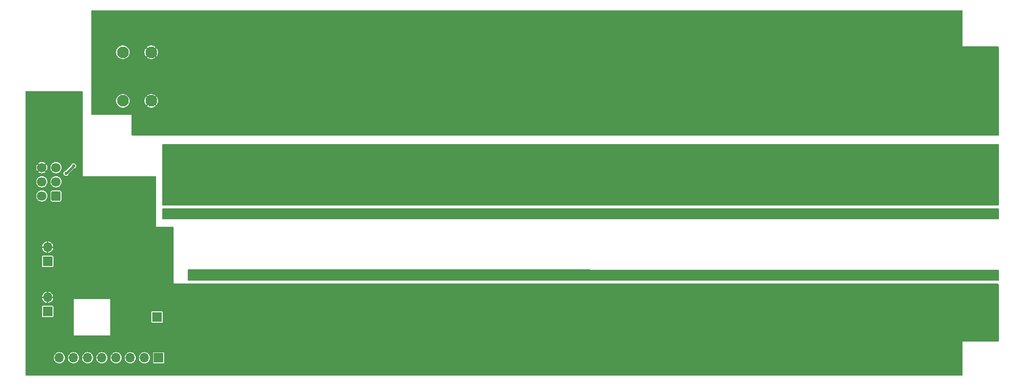
<source format=gbl>
G04 #@! TF.GenerationSoftware,KiCad,Pcbnew,8.0.5*
G04 #@! TF.CreationDate,2024-10-17T16:54:28-05:00*
G04 #@! TF.ProjectId,bidirectional_load_switch,62696469-7265-4637-9469-6f6e616c5f6c,rev?*
G04 #@! TF.SameCoordinates,Original*
G04 #@! TF.FileFunction,Copper,L2,Bot*
G04 #@! TF.FilePolarity,Positive*
%FSLAX46Y46*%
G04 Gerber Fmt 4.6, Leading zero omitted, Abs format (unit mm)*
G04 Created by KiCad (PCBNEW 8.0.5) date 2024-10-17 16:54:28*
%MOMM*%
%LPD*%
G01*
G04 APERTURE LIST*
G04 Aperture macros list*
%AMRoundRect*
0 Rectangle with rounded corners*
0 $1 Rounding radius*
0 $2 $3 $4 $5 $6 $7 $8 $9 X,Y pos of 4 corners*
0 Add a 4 corners polygon primitive as box body*
4,1,4,$2,$3,$4,$5,$6,$7,$8,$9,$2,$3,0*
0 Add four circle primitives for the rounded corners*
1,1,$1+$1,$2,$3*
1,1,$1+$1,$4,$5*
1,1,$1+$1,$6,$7*
1,1,$1+$1,$8,$9*
0 Add four rect primitives between the rounded corners*
20,1,$1+$1,$2,$3,$4,$5,0*
20,1,$1+$1,$4,$5,$6,$7,0*
20,1,$1+$1,$6,$7,$8,$9,0*
20,1,$1+$1,$8,$9,$2,$3,0*%
G04 Aperture macros list end*
G04 #@! TA.AperFunction,ComponentPad*
%ADD10R,1.700000X1.700000*%
G04 #@! TD*
G04 #@! TA.AperFunction,ComponentPad*
%ADD11O,1.700000X1.700000*%
G04 #@! TD*
G04 #@! TA.AperFunction,ComponentPad*
%ADD12RoundRect,0.250000X0.600000X0.600000X-0.600000X0.600000X-0.600000X-0.600000X0.600000X-0.600000X0*%
G04 #@! TD*
G04 #@! TA.AperFunction,ComponentPad*
%ADD13C,1.700000*%
G04 #@! TD*
G04 #@! TA.AperFunction,ComponentPad*
%ADD14C,2.100000*%
G04 #@! TD*
G04 #@! TA.AperFunction,ViaPad*
%ADD15C,0.600000*%
G04 #@! TD*
G04 #@! TA.AperFunction,Conductor*
%ADD16C,0.400000*%
G04 #@! TD*
G04 APERTURE END LIST*
D10*
X67300000Y-106800000D03*
D11*
X67300000Y-104260000D03*
D10*
X86900000Y-116800000D03*
D11*
X84360000Y-116800000D03*
D12*
X68802500Y-95095000D03*
D13*
X66262500Y-95095000D03*
X68802500Y-92555000D03*
X66262500Y-92555000D03*
X68802500Y-90015000D03*
X66262500Y-90015000D03*
D10*
X67300000Y-115800000D03*
D11*
X67300000Y-113260000D03*
D10*
X89050000Y-98300000D03*
D11*
X89050000Y-95760000D03*
D10*
X87180000Y-124100000D03*
D11*
X84640000Y-124100000D03*
X82100000Y-124100000D03*
X79560000Y-124100000D03*
X77020000Y-124100000D03*
X74480000Y-124100000D03*
X71940000Y-124100000D03*
X69400000Y-124100000D03*
X66860000Y-124100000D03*
D14*
X85840000Y-78037500D03*
X85840000Y-69337500D03*
X80760000Y-78037500D03*
X80760000Y-69337500D03*
D15*
X82141600Y-109141600D03*
X80241600Y-109141600D03*
X157050000Y-113550000D03*
X128450000Y-111650000D03*
X120050000Y-112250000D03*
X220950000Y-113600000D03*
X82950000Y-93350000D03*
X194050000Y-113550000D03*
X79200000Y-98250000D03*
X202450000Y-112300000D03*
X208600000Y-116300000D03*
X194050000Y-112250000D03*
X220950000Y-112300000D03*
X212550000Y-113550000D03*
X97600000Y-115600000D03*
X101550000Y-113550000D03*
X84041600Y-114741600D03*
X81200000Y-111950000D03*
X81200000Y-113350000D03*
X83091600Y-109141600D03*
X231050000Y-113550000D03*
X157050000Y-111600000D03*
X83091600Y-111941600D03*
X153100000Y-116300000D03*
X175550000Y-113550000D03*
X84991600Y-114741600D03*
X109950000Y-112950000D03*
X83091600Y-114741600D03*
X76050000Y-92900000D03*
X138550000Y-112250000D03*
X194050000Y-111600000D03*
X120050000Y-113550000D03*
X91450000Y-112300000D03*
X175550000Y-112900000D03*
X101550000Y-112900000D03*
X83091600Y-110541600D03*
X101550000Y-111600000D03*
X171600000Y-116300000D03*
X183950000Y-112300000D03*
X231050000Y-112250000D03*
X138550000Y-113550000D03*
X82141600Y-113341600D03*
X157050000Y-112900000D03*
X109950000Y-113600000D03*
X175550000Y-112250000D03*
X183950000Y-113600000D03*
X146950000Y-112950000D03*
X165450000Y-113600000D03*
X82150000Y-114750000D03*
X116100000Y-115600000D03*
X109950000Y-112300000D03*
X212550000Y-112250000D03*
X73100000Y-102550000D03*
X76050000Y-92150000D03*
X190100000Y-116300000D03*
X128450000Y-112300000D03*
X128450000Y-112950000D03*
X202450000Y-112950000D03*
X165450000Y-112300000D03*
X212550000Y-112900000D03*
X190100000Y-115600000D03*
X101550000Y-112250000D03*
X83091600Y-113341600D03*
X165450000Y-111650000D03*
X84041600Y-109141600D03*
X146950000Y-111650000D03*
X175550000Y-111600000D03*
X183950000Y-112950000D03*
X82250000Y-93350000D03*
X134600000Y-116300000D03*
X91450000Y-112950000D03*
X202450000Y-113600000D03*
X81191600Y-109141600D03*
X146950000Y-112300000D03*
X208600000Y-115600000D03*
X82141600Y-110541600D03*
X109950000Y-111650000D03*
X76050000Y-93650000D03*
X76800000Y-93650000D03*
X227100000Y-115600000D03*
X91450000Y-113600000D03*
X81191600Y-110541600D03*
X212550000Y-111600000D03*
X202450000Y-111650000D03*
X231050000Y-111600000D03*
X153100000Y-115600000D03*
X120050000Y-112900000D03*
X120050000Y-111600000D03*
X134600000Y-115600000D03*
X68254003Y-78445800D03*
X165450000Y-112950000D03*
X84041600Y-113341600D03*
X78500000Y-98250000D03*
X171600000Y-115600000D03*
X82141600Y-111941600D03*
X91450000Y-111650000D03*
X72350000Y-103300000D03*
X227100000Y-116300000D03*
X157050000Y-112250000D03*
X183950000Y-111650000D03*
X138550000Y-112900000D03*
X146950000Y-113600000D03*
X72350000Y-102550000D03*
X72350000Y-104050000D03*
X138550000Y-111600000D03*
X231050000Y-112900000D03*
X128450000Y-113600000D03*
X194050000Y-112900000D03*
X67550000Y-78445800D03*
X97600000Y-116300000D03*
X116100000Y-116300000D03*
X220950000Y-111650000D03*
X220950000Y-112950000D03*
X84991600Y-113341600D03*
X223600000Y-109250000D03*
X222300000Y-109250000D03*
X222950000Y-109900000D03*
X166800000Y-108600000D03*
X205100000Y-109250000D03*
X203800000Y-109900000D03*
X222300000Y-108600000D03*
X130450000Y-109900000D03*
X168100000Y-109250000D03*
X130450000Y-109250000D03*
X205100000Y-109900000D03*
X131100000Y-108600000D03*
X94100000Y-108600000D03*
X186600000Y-109900000D03*
X112600000Y-109900000D03*
X223600000Y-108600000D03*
X203800000Y-109250000D03*
X111950000Y-108600000D03*
X148300000Y-109900000D03*
X203800000Y-108600000D03*
X148300000Y-109250000D03*
X148950000Y-108600000D03*
X166800000Y-109900000D03*
X93450000Y-108600000D03*
X186600000Y-108600000D03*
X111300000Y-108600000D03*
X222950000Y-108600000D03*
X185950000Y-109900000D03*
X185300000Y-108600000D03*
X93450000Y-109250000D03*
X185300000Y-109250000D03*
X167450000Y-109900000D03*
X111300000Y-109250000D03*
X204450000Y-109900000D03*
X167450000Y-108600000D03*
X168100000Y-108600000D03*
X167450000Y-109250000D03*
X185950000Y-109250000D03*
X92800000Y-109900000D03*
X166800000Y-109250000D03*
X129800000Y-108600000D03*
X94100000Y-109250000D03*
X204450000Y-108600000D03*
X112600000Y-109250000D03*
X149600000Y-109900000D03*
X223600000Y-109900000D03*
X204450000Y-109250000D03*
X222950000Y-109250000D03*
X131100000Y-109900000D03*
X222300000Y-109900000D03*
X148300000Y-108600000D03*
X130450000Y-108600000D03*
X111950000Y-109250000D03*
X185300000Y-109900000D03*
X148950000Y-109900000D03*
X111300000Y-109900000D03*
X112600000Y-108600000D03*
X111950000Y-109900000D03*
X94100000Y-109900000D03*
X205100000Y-108600000D03*
X131100000Y-109250000D03*
X129800000Y-109250000D03*
X186600000Y-109250000D03*
X149600000Y-108600000D03*
X168100000Y-109900000D03*
X92800000Y-109250000D03*
X148950000Y-109250000D03*
X93450000Y-109900000D03*
X185950000Y-108600000D03*
X129800000Y-109900000D03*
X92800000Y-108600000D03*
X149600000Y-109250000D03*
X157500000Y-91800000D03*
X116000000Y-87200000D03*
X234400000Y-94800000D03*
X189250000Y-86450000D03*
X156200000Y-96300000D03*
X173300000Y-96300000D03*
X180250000Y-87300000D03*
X117800000Y-94800000D03*
X233050000Y-90300000D03*
X159050000Y-91800000D03*
X143300000Y-91800000D03*
X141900000Y-93300000D03*
X106300000Y-88800000D03*
X235900000Y-96300000D03*
X161800000Y-94800000D03*
X177550000Y-91800000D03*
X198800000Y-91800000D03*
X178950000Y-91800000D03*
X103500000Y-93300000D03*
X141950000Y-91800000D03*
X170750000Y-87200000D03*
X177500000Y-93300000D03*
X217300000Y-90300000D03*
X123450000Y-90300000D03*
X96750000Y-88700000D03*
X178950000Y-90300000D03*
X210300000Y-96300000D03*
X213100000Y-94800000D03*
X190000000Y-86450000D03*
X133750000Y-86450000D03*
X196000000Y-94800000D03*
X143300000Y-90300000D03*
X116000000Y-86450000D03*
X196000000Y-93300000D03*
X231500000Y-91800000D03*
X117800000Y-96300000D03*
X137700000Y-94800000D03*
X103500000Y-94800000D03*
X161800000Y-93300000D03*
X106300000Y-96300000D03*
X194600000Y-94800000D03*
X136300000Y-94800000D03*
X235900000Y-91800000D03*
X160400000Y-94800000D03*
X139100000Y-93300000D03*
X106300000Y-91800000D03*
X124800000Y-94800000D03*
X176850000Y-88900000D03*
X97500000Y-87200000D03*
X143300000Y-93300000D03*
X143300000Y-87300000D03*
X120500000Y-91800000D03*
X227000000Y-87950000D03*
X234450000Y-91800000D03*
X235900000Y-93300000D03*
X217300000Y-93300000D03*
X96750000Y-87950000D03*
X189250000Y-87200000D03*
X196000000Y-96300000D03*
X197400000Y-96300000D03*
X154800000Y-93300000D03*
X171500000Y-88700000D03*
X137700000Y-96300000D03*
X122000000Y-93300000D03*
X231550000Y-90300000D03*
X173300000Y-93300000D03*
X157600000Y-96300000D03*
X176000000Y-91800000D03*
X102100000Y-96300000D03*
X99300000Y-96300000D03*
X198800000Y-96300000D03*
X152250000Y-87200000D03*
X195350000Y-88900000D03*
X140500000Y-94800000D03*
X178900000Y-96300000D03*
X123400000Y-93300000D03*
X173300000Y-94800000D03*
X191800000Y-96300000D03*
X156200000Y-93300000D03*
X124800000Y-90300000D03*
X213050000Y-90300000D03*
X215900000Y-96300000D03*
X174700000Y-96300000D03*
X120600000Y-94800000D03*
X104900000Y-96300000D03*
X157550000Y-90300000D03*
X228800000Y-93300000D03*
X122050000Y-90300000D03*
X171500000Y-87200000D03*
X124800000Y-88800000D03*
X207750000Y-88700000D03*
X119200000Y-93300000D03*
X158350000Y-88900000D03*
X234400000Y-93300000D03*
X122000000Y-94800000D03*
X140500000Y-93300000D03*
X230200000Y-93300000D03*
X117800000Y-93300000D03*
X120550000Y-90300000D03*
X226250000Y-88700000D03*
X171500000Y-87950000D03*
X115250000Y-87950000D03*
X208500000Y-87200000D03*
X180250000Y-94800000D03*
X133750000Y-87200000D03*
X191800000Y-94800000D03*
X213850000Y-88900000D03*
X190000000Y-87200000D03*
X120600000Y-93300000D03*
X226250000Y-87950000D03*
X227000000Y-86450000D03*
X102100000Y-93300000D03*
X214500000Y-96300000D03*
X115250000Y-88700000D03*
X122000000Y-96300000D03*
X122050000Y-91800000D03*
X198800000Y-90300000D03*
X133750000Y-87950000D03*
X104950000Y-90300000D03*
X139100000Y-96300000D03*
X170750000Y-86450000D03*
X119200000Y-94800000D03*
X154800000Y-96300000D03*
X140550000Y-91800000D03*
X161800000Y-91800000D03*
X116000000Y-87950000D03*
X208500000Y-88700000D03*
X177550000Y-90300000D03*
X160450000Y-91800000D03*
X100700000Y-96300000D03*
X207750000Y-87950000D03*
X154800000Y-94800000D03*
X194600000Y-93300000D03*
X104950000Y-91800000D03*
X190000000Y-88700000D03*
X213100000Y-93300000D03*
X124800000Y-87300000D03*
X228800000Y-94800000D03*
X194500000Y-91800000D03*
X215900000Y-94800000D03*
X235900000Y-87300000D03*
X106300000Y-93300000D03*
X196050000Y-91800000D03*
X134500000Y-86450000D03*
X161800000Y-87300000D03*
X207750000Y-87200000D03*
X210300000Y-94800000D03*
X214500000Y-93300000D03*
X160400000Y-96300000D03*
X213100000Y-96300000D03*
X120600000Y-96300000D03*
X226250000Y-86450000D03*
X143300000Y-96300000D03*
X180250000Y-88800000D03*
X159000000Y-96300000D03*
X207750000Y-86450000D03*
X176100000Y-94800000D03*
X134500000Y-88700000D03*
X232350000Y-88900000D03*
X136300000Y-96300000D03*
X139850000Y-88900000D03*
X124800000Y-96300000D03*
X170750000Y-87950000D03*
X153000000Y-87950000D03*
X217300000Y-94800000D03*
X161800000Y-96300000D03*
X174700000Y-94800000D03*
X153000000Y-86450000D03*
X133750000Y-88700000D03*
X106300000Y-94800000D03*
X227000000Y-88700000D03*
X152250000Y-86450000D03*
X193200000Y-93300000D03*
X159050000Y-90300000D03*
X124800000Y-93300000D03*
X197400000Y-94800000D03*
X226250000Y-87200000D03*
X99300000Y-94800000D03*
X100700000Y-94800000D03*
X123400000Y-94800000D03*
X156200000Y-94800000D03*
X97500000Y-88700000D03*
X189250000Y-88700000D03*
X153000000Y-88700000D03*
X211700000Y-93300000D03*
X233000000Y-96300000D03*
X217300000Y-91800000D03*
X176100000Y-96300000D03*
X194600000Y-96300000D03*
X141950000Y-90300000D03*
X140550000Y-90300000D03*
X103550000Y-91800000D03*
X197450000Y-91800000D03*
X159000000Y-94800000D03*
X177500000Y-94800000D03*
X198800000Y-93300000D03*
X217300000Y-88800000D03*
X141900000Y-94800000D03*
X214500000Y-94800000D03*
X116000000Y-88700000D03*
X121350000Y-88900000D03*
X235900000Y-88800000D03*
X103550000Y-90300000D03*
X157600000Y-94800000D03*
X124800000Y-91800000D03*
X208500000Y-87950000D03*
X231600000Y-96300000D03*
X233000000Y-94800000D03*
X96750000Y-86450000D03*
X217300000Y-87300000D03*
X235900000Y-94800000D03*
X176050000Y-90300000D03*
X235900000Y-90300000D03*
X214550000Y-91800000D03*
X191800000Y-93300000D03*
X161800000Y-88800000D03*
X102850000Y-88900000D03*
X143300000Y-88800000D03*
X140500000Y-96300000D03*
X213000000Y-91800000D03*
X193200000Y-94800000D03*
X180250000Y-91800000D03*
X115250000Y-87200000D03*
X178900000Y-93300000D03*
X177500000Y-96300000D03*
X99300000Y-93300000D03*
X231600000Y-94800000D03*
X210300000Y-93300000D03*
X152250000Y-87950000D03*
X137700000Y-93300000D03*
X198800000Y-94800000D03*
X100700000Y-93300000D03*
X134500000Y-87200000D03*
X97500000Y-87950000D03*
X136300000Y-93300000D03*
X134500000Y-87950000D03*
X139100000Y-94800000D03*
X234450000Y-90300000D03*
X228800000Y-96300000D03*
X176100000Y-93300000D03*
X196050000Y-90300000D03*
X211700000Y-96300000D03*
X160400000Y-93300000D03*
X152250000Y-88700000D03*
X123400000Y-96300000D03*
X139000000Y-91800000D03*
X208500000Y-86450000D03*
X198800000Y-88800000D03*
X160450000Y-90300000D03*
X102050000Y-90300000D03*
X123450000Y-91800000D03*
X161800000Y-90300000D03*
X104900000Y-94800000D03*
X193200000Y-96300000D03*
X197400000Y-93300000D03*
X97500000Y-86450000D03*
X115250000Y-86450000D03*
X234400000Y-96300000D03*
X180250000Y-93300000D03*
X233050000Y-91800000D03*
X231600000Y-93300000D03*
X139050000Y-90300000D03*
X157600000Y-93300000D03*
X143300000Y-94800000D03*
X215950000Y-90300000D03*
X153000000Y-87200000D03*
X180250000Y-96300000D03*
X211700000Y-94800000D03*
X214550000Y-90300000D03*
X106300000Y-90300000D03*
X102000000Y-91800000D03*
X119200000Y-96300000D03*
X159000000Y-93300000D03*
X178900000Y-94800000D03*
X215950000Y-91800000D03*
X230200000Y-94800000D03*
X190000000Y-87950000D03*
X180250000Y-90300000D03*
X102100000Y-94800000D03*
X174700000Y-93300000D03*
X96750000Y-87200000D03*
X194550000Y-90300000D03*
X141900000Y-96300000D03*
X171500000Y-86450000D03*
X104900000Y-93300000D03*
X106300000Y-87300000D03*
X215900000Y-93300000D03*
X233000000Y-93300000D03*
X198800000Y-87300000D03*
X189250000Y-87950000D03*
X217300000Y-96300000D03*
X103500000Y-96300000D03*
X170750000Y-88700000D03*
X230200000Y-96300000D03*
X227000000Y-87200000D03*
X197450000Y-90300000D03*
X129250000Y-97900000D03*
X223450000Y-98750000D03*
X112450000Y-98750000D03*
X185600000Y-97900000D03*
X90550000Y-97900000D03*
X202400000Y-97900000D03*
X149450000Y-97900000D03*
X220050000Y-98750000D03*
X91400000Y-98750000D03*
X130950000Y-97900000D03*
X220900000Y-97900000D03*
X204100000Y-98750000D03*
X166250000Y-98750000D03*
X223450000Y-97900000D03*
X129250000Y-98750000D03*
X201550000Y-97900000D03*
X90550000Y-98750000D03*
X128400000Y-97900000D03*
X220900000Y-98750000D03*
X166250000Y-97900000D03*
X130950000Y-98750000D03*
X167950000Y-97900000D03*
X164550000Y-97900000D03*
X183050000Y-97900000D03*
X204100000Y-97900000D03*
X201550000Y-98750000D03*
X220050000Y-97900000D03*
X149450000Y-98750000D03*
X93100000Y-98750000D03*
X186450000Y-97900000D03*
X148600000Y-97900000D03*
X164550000Y-98750000D03*
X146900000Y-97900000D03*
X167100000Y-98750000D03*
X112450000Y-97900000D03*
X222600000Y-98750000D03*
X202400000Y-98750000D03*
X183900000Y-97900000D03*
X221750000Y-97900000D03*
X128400000Y-98750000D03*
X147750000Y-98750000D03*
X165400000Y-97900000D03*
X109050000Y-98750000D03*
X111600000Y-97900000D03*
X92250000Y-98750000D03*
X127550000Y-97900000D03*
X183050000Y-98750000D03*
X146900000Y-98750000D03*
X183900000Y-98750000D03*
X111600000Y-98750000D03*
X184750000Y-97900000D03*
X130100000Y-97900000D03*
X222600000Y-97900000D03*
X167100000Y-97900000D03*
X110750000Y-97900000D03*
X203250000Y-97900000D03*
X146050000Y-97900000D03*
X93950000Y-98750000D03*
X130100000Y-98750000D03*
X109900000Y-97900000D03*
X109050000Y-97900000D03*
X92250000Y-97900000D03*
X146050000Y-98750000D03*
X203250000Y-98750000D03*
X109900000Y-98750000D03*
X91400000Y-97900000D03*
X186450000Y-98750000D03*
X165400000Y-98750000D03*
X204950000Y-98750000D03*
X221750000Y-98750000D03*
X93950000Y-97900000D03*
X93100000Y-97900000D03*
X185600000Y-98750000D03*
X147750000Y-97900000D03*
X148600000Y-98750000D03*
X204950000Y-97900000D03*
X127550000Y-98750000D03*
X167950000Y-98750000D03*
X184750000Y-98750000D03*
X110750000Y-98750000D03*
X137000000Y-76350000D03*
X192500000Y-74100000D03*
X137000000Y-74100000D03*
X157800000Y-73000000D03*
X103450000Y-74100000D03*
X121950000Y-75250000D03*
X157800000Y-74100000D03*
X103450000Y-71900000D03*
X174000000Y-76350000D03*
X194800000Y-70800000D03*
X215600000Y-70800000D03*
X194800000Y-75250000D03*
X197100000Y-70800000D03*
X104600000Y-74100000D03*
X104600000Y-75250000D03*
X215600000Y-76350000D03*
X123100000Y-73000000D03*
X156650000Y-74100000D03*
X102300000Y-73000000D03*
X155500000Y-73000000D03*
X141600000Y-73000000D03*
X119650000Y-73000000D03*
X212150000Y-73000000D03*
X215600000Y-73000000D03*
X175150000Y-74100000D03*
X137000000Y-71900000D03*
X158950000Y-74100000D03*
X102300000Y-74100000D03*
X160100000Y-76350000D03*
X230650000Y-71900000D03*
X178600000Y-76350000D03*
X195950000Y-71900000D03*
X192500000Y-71900000D03*
X231800000Y-76350000D03*
X100000000Y-75250000D03*
X139300000Y-71900000D03*
X193650000Y-70800000D03*
X118500000Y-71900000D03*
X231800000Y-73000000D03*
X141600000Y-75250000D03*
X212150000Y-70800000D03*
X140450000Y-73000000D03*
X104600000Y-76350000D03*
X195950000Y-75250000D03*
X195950000Y-76350000D03*
X155500000Y-70800000D03*
X211000000Y-73000000D03*
X121950000Y-76350000D03*
X230650000Y-74100000D03*
X193650000Y-74100000D03*
X102300000Y-70800000D03*
X176300000Y-76350000D03*
X155500000Y-71900000D03*
X101150000Y-73000000D03*
X175150000Y-73000000D03*
X234100000Y-70800000D03*
X213300000Y-73000000D03*
X192500000Y-75250000D03*
X139300000Y-76350000D03*
X103450000Y-70800000D03*
X138150000Y-70800000D03*
X104600000Y-71900000D03*
X156650000Y-71900000D03*
X195950000Y-74100000D03*
X177450000Y-70800000D03*
X156650000Y-70800000D03*
X123100000Y-75250000D03*
X123100000Y-71900000D03*
X118500000Y-70800000D03*
X178600000Y-70800000D03*
X119650000Y-71900000D03*
X213300000Y-75250000D03*
X123100000Y-76350000D03*
X140450000Y-76350000D03*
X120800000Y-76350000D03*
X211000000Y-70800000D03*
X232950000Y-71900000D03*
X231800000Y-70800000D03*
X213300000Y-76350000D03*
X213300000Y-71900000D03*
X176300000Y-71900000D03*
X100000000Y-74100000D03*
X118500000Y-74100000D03*
X174000000Y-73000000D03*
X215600000Y-74100000D03*
X139300000Y-70800000D03*
X157800000Y-75250000D03*
X229500000Y-71900000D03*
X138150000Y-76350000D03*
X158950000Y-70800000D03*
X121950000Y-73000000D03*
X160100000Y-71900000D03*
X160100000Y-74100000D03*
X177450000Y-74100000D03*
X177450000Y-75250000D03*
X214450000Y-75250000D03*
X197100000Y-76350000D03*
X102300000Y-75250000D03*
X175150000Y-76350000D03*
X213300000Y-74100000D03*
X156650000Y-75250000D03*
X141600000Y-76350000D03*
X229500000Y-73000000D03*
X155500000Y-75250000D03*
X211000000Y-76350000D03*
X194800000Y-76350000D03*
X140450000Y-74100000D03*
X121950000Y-74100000D03*
X138150000Y-71900000D03*
X194800000Y-74100000D03*
X158950000Y-71900000D03*
X231800000Y-74100000D03*
X138150000Y-75250000D03*
X177450000Y-76350000D03*
X137000000Y-75250000D03*
X192500000Y-70800000D03*
X119650000Y-76350000D03*
X101150000Y-74100000D03*
X157800000Y-76350000D03*
X194800000Y-73000000D03*
X234100000Y-74100000D03*
X101150000Y-70800000D03*
X160100000Y-73000000D03*
X232950000Y-70800000D03*
X120800000Y-73000000D03*
X156650000Y-76350000D03*
X139300000Y-74100000D03*
X192500000Y-73000000D03*
X194800000Y-71900000D03*
X215600000Y-71900000D03*
X214450000Y-71900000D03*
X160100000Y-70800000D03*
X212150000Y-71900000D03*
X139300000Y-75250000D03*
X214450000Y-73000000D03*
X100000000Y-70800000D03*
X100000000Y-73000000D03*
X178600000Y-73000000D03*
X138150000Y-73000000D03*
X231800000Y-75250000D03*
X230650000Y-76350000D03*
X212150000Y-74100000D03*
X118500000Y-75250000D03*
X174000000Y-70800000D03*
X139300000Y-73000000D03*
X160100000Y-75250000D03*
X157800000Y-70800000D03*
X175150000Y-71900000D03*
X197100000Y-74100000D03*
X197100000Y-73000000D03*
X119650000Y-74100000D03*
X232950000Y-75250000D03*
X119650000Y-70800000D03*
X118500000Y-73000000D03*
X120800000Y-71900000D03*
X175150000Y-70800000D03*
X174000000Y-71900000D03*
X230650000Y-70800000D03*
X175150000Y-75250000D03*
X178600000Y-71900000D03*
X123100000Y-74100000D03*
X193650000Y-73000000D03*
X197100000Y-71900000D03*
X192500000Y-76350000D03*
X177450000Y-71900000D03*
X101150000Y-76350000D03*
X197100000Y-75250000D03*
X232950000Y-73000000D03*
X193650000Y-75250000D03*
X120800000Y-74100000D03*
X103450000Y-75250000D03*
X176300000Y-70800000D03*
X176300000Y-74100000D03*
X140450000Y-71900000D03*
X213300000Y-70800000D03*
X141600000Y-74100000D03*
X176300000Y-75250000D03*
X101150000Y-75250000D03*
X214450000Y-76350000D03*
X229500000Y-70800000D03*
X101150000Y-71900000D03*
X104600000Y-70800000D03*
X100000000Y-71900000D03*
X211000000Y-74100000D03*
X177450000Y-73000000D03*
X215600000Y-75250000D03*
X195950000Y-73000000D03*
X234100000Y-76350000D03*
X137000000Y-70800000D03*
X229500000Y-76350000D03*
X174000000Y-75250000D03*
X100000000Y-76350000D03*
X211000000Y-75250000D03*
X176300000Y-73000000D03*
X140450000Y-70800000D03*
X158950000Y-76350000D03*
X103450000Y-73000000D03*
X155500000Y-74100000D03*
X141600000Y-71900000D03*
X118500000Y-76350000D03*
X230650000Y-73000000D03*
X231800000Y-71900000D03*
X155500000Y-76350000D03*
X211000000Y-71900000D03*
X102300000Y-71900000D03*
X195950000Y-70800000D03*
X157800000Y-71900000D03*
X232950000Y-74100000D03*
X193650000Y-76350000D03*
X119650000Y-75250000D03*
X193650000Y-71900000D03*
X212150000Y-75250000D03*
X140450000Y-75250000D03*
X214450000Y-70800000D03*
X212150000Y-76350000D03*
X141600000Y-70800000D03*
X120800000Y-75250000D03*
X234100000Y-73000000D03*
X234100000Y-71900000D03*
X178600000Y-75250000D03*
X158950000Y-73000000D03*
X178600000Y-74100000D03*
X102300000Y-76350000D03*
X156650000Y-73000000D03*
X137000000Y-73000000D03*
X121950000Y-70800000D03*
X230650000Y-75250000D03*
X123100000Y-70800000D03*
X121950000Y-71900000D03*
X229500000Y-75250000D03*
X120800000Y-70800000D03*
X214450000Y-74100000D03*
X232950000Y-76350000D03*
X158950000Y-75250000D03*
X229500000Y-74100000D03*
X103450000Y-76350000D03*
X138150000Y-74100000D03*
X234100000Y-75250000D03*
X174000000Y-74100000D03*
X104600000Y-73000000D03*
X70599259Y-91033941D03*
X71942762Y-89690438D03*
D16*
X71942762Y-89690438D02*
X70599259Y-91033941D01*
G04 #@! TA.AperFunction,Conductor*
G36*
X219050000Y-96800000D02*
G01*
X198800000Y-96800000D01*
X198800000Y-85800000D01*
X219050000Y-85800000D01*
X219050000Y-96800000D01*
G37*
G04 #@! TD.AperFunction*
G04 #@! TA.AperFunction,Conductor*
G36*
X237493039Y-85819685D02*
G01*
X237538794Y-85872489D01*
X237550000Y-85924000D01*
X237550000Y-96676000D01*
X237530315Y-96743039D01*
X237477511Y-96788794D01*
X237426000Y-96800000D01*
X217300000Y-96800000D01*
X217300000Y-85800000D01*
X237426000Y-85800000D01*
X237493039Y-85819685D01*
G37*
G04 #@! TD.AperFunction*
G04 #@! TA.AperFunction,Conductor*
G36*
X145050000Y-99300000D02*
G01*
X124800000Y-99300000D01*
X124800000Y-97300000D01*
X145050000Y-97300000D01*
X145050000Y-99300000D01*
G37*
G04 #@! TD.AperFunction*
G04 #@! TA.AperFunction,Conductor*
G36*
X126550000Y-96800000D02*
G01*
X106300000Y-96800000D01*
X106300000Y-85800000D01*
X126550000Y-85800000D01*
X126550000Y-96800000D01*
G37*
G04 #@! TD.AperFunction*
G04 #@! TA.AperFunction,Conductor*
G36*
X237493039Y-110819685D02*
G01*
X237538794Y-110872489D01*
X237550000Y-110924000D01*
X237550000Y-121075661D01*
X237530315Y-121142700D01*
X237477511Y-121188455D01*
X237426000Y-121199661D01*
X231049924Y-121199665D01*
X231049924Y-127176000D01*
X231030239Y-127243039D01*
X230977435Y-127288794D01*
X230925924Y-127300000D01*
X89550000Y-127300000D01*
X89850000Y-110800000D01*
X237426000Y-110800000D01*
X237493039Y-110819685D01*
G37*
G04 #@! TD.AperFunction*
G04 #@! TA.AperFunction,Conductor*
G36*
X182050000Y-99300000D02*
G01*
X161800000Y-99300000D01*
X161800000Y-97300000D01*
X182050000Y-97300000D01*
X182050000Y-99300000D01*
G37*
G04 #@! TD.AperFunction*
G04 #@! TA.AperFunction,Conductor*
G36*
X163550000Y-96800000D02*
G01*
X143300000Y-96800000D01*
X143300000Y-85800000D01*
X163550000Y-85800000D01*
X163550000Y-96800000D01*
G37*
G04 #@! TD.AperFunction*
G04 #@! TA.AperFunction,Conductor*
G36*
X219050000Y-99300000D02*
G01*
X198800000Y-99300000D01*
X198800000Y-97300000D01*
X219050000Y-97300000D01*
X219050000Y-99300000D01*
G37*
G04 #@! TD.AperFunction*
G04 #@! TA.AperFunction,Conductor*
G36*
X108050000Y-99300000D02*
G01*
X106300000Y-99300000D01*
X87924000Y-99300000D01*
X87856961Y-99280315D01*
X87811206Y-99227511D01*
X87800000Y-99176000D01*
X87800000Y-97424000D01*
X87819685Y-97356961D01*
X87872489Y-97311206D01*
X87924000Y-97300000D01*
X108050000Y-97300000D01*
X108050000Y-99300000D01*
G37*
G04 #@! TD.AperFunction*
G04 #@! TA.AperFunction,Conductor*
G36*
X200550000Y-96800000D02*
G01*
X180300000Y-96800000D01*
X180300000Y-85800000D01*
X200550000Y-85800000D01*
X200550000Y-96800000D01*
G37*
G04 #@! TD.AperFunction*
G04 #@! TA.AperFunction,Conductor*
G36*
X145050000Y-96800000D02*
G01*
X124800000Y-96800000D01*
X124800000Y-85800000D01*
X145050000Y-85800000D01*
X145050000Y-96800000D01*
G37*
G04 #@! TD.AperFunction*
G04 #@! TA.AperFunction,Conductor*
G36*
X237426044Y-108299957D02*
G01*
X237493075Y-108319665D01*
X237538812Y-108372484D01*
X237550000Y-108423957D01*
X237550000Y-110175957D01*
X237530315Y-110242996D01*
X237477511Y-110288751D01*
X237425957Y-110299957D01*
X92523957Y-110250042D01*
X92456925Y-110230334D01*
X92411188Y-110177515D01*
X92400000Y-110126042D01*
X92400000Y-108374042D01*
X92419685Y-108307003D01*
X92472489Y-108261248D01*
X92524039Y-108250042D01*
X237426044Y-108299957D01*
G37*
G04 #@! TD.AperFunction*
G04 #@! TA.AperFunction,Conductor*
G36*
X200550000Y-99300000D02*
G01*
X180300000Y-99300000D01*
X180300000Y-97300000D01*
X200550000Y-97300000D01*
X200550000Y-99300000D01*
G37*
G04 #@! TD.AperFunction*
G04 #@! TA.AperFunction,Conductor*
G36*
X73534639Y-76311285D02*
G01*
X73580394Y-76364089D01*
X73591600Y-76415600D01*
X73591600Y-91541600D01*
X75591600Y-91541600D01*
X86617600Y-91541600D01*
X86684639Y-91561285D01*
X86730394Y-91614089D01*
X86741600Y-91665600D01*
X86741600Y-100591600D01*
X89717702Y-100591600D01*
X89784741Y-100611285D01*
X89830496Y-100664089D01*
X89841701Y-100715497D01*
X89850000Y-110800000D01*
X89550000Y-127300000D01*
X63465560Y-127291639D01*
X63398527Y-127271933D01*
X63352789Y-127219114D01*
X63341600Y-127167639D01*
X63341600Y-124100000D01*
X68392247Y-124100000D01*
X68411610Y-124296599D01*
X68411610Y-124296601D01*
X68411611Y-124296603D01*
X68468958Y-124485650D01*
X68562084Y-124659878D01*
X68562086Y-124659881D01*
X68687410Y-124812589D01*
X68840118Y-124937913D01*
X68840122Y-124937916D01*
X69014350Y-125031042D01*
X69203397Y-125088389D01*
X69400000Y-125107753D01*
X69596603Y-125088389D01*
X69785650Y-125031042D01*
X69959878Y-124937916D01*
X70112589Y-124812589D01*
X70237916Y-124659878D01*
X70331042Y-124485650D01*
X70388389Y-124296603D01*
X70407753Y-124100000D01*
X70932247Y-124100000D01*
X70951610Y-124296599D01*
X70951610Y-124296601D01*
X70951611Y-124296603D01*
X71008958Y-124485650D01*
X71102084Y-124659878D01*
X71102086Y-124659881D01*
X71227410Y-124812589D01*
X71380118Y-124937913D01*
X71380122Y-124937916D01*
X71554350Y-125031042D01*
X71743397Y-125088389D01*
X71940000Y-125107753D01*
X72136603Y-125088389D01*
X72325650Y-125031042D01*
X72499878Y-124937916D01*
X72652589Y-124812589D01*
X72777916Y-124659878D01*
X72871042Y-124485650D01*
X72928389Y-124296603D01*
X72947753Y-124100000D01*
X73472247Y-124100000D01*
X73491610Y-124296599D01*
X73491610Y-124296601D01*
X73491611Y-124296603D01*
X73548958Y-124485650D01*
X73642084Y-124659878D01*
X73642086Y-124659881D01*
X73767410Y-124812589D01*
X73920118Y-124937913D01*
X73920122Y-124937916D01*
X74094350Y-125031042D01*
X74283397Y-125088389D01*
X74480000Y-125107753D01*
X74676603Y-125088389D01*
X74865650Y-125031042D01*
X75039878Y-124937916D01*
X75192589Y-124812589D01*
X75317916Y-124659878D01*
X75411042Y-124485650D01*
X75468389Y-124296603D01*
X75487753Y-124100000D01*
X76012247Y-124100000D01*
X76031610Y-124296599D01*
X76031610Y-124296601D01*
X76031611Y-124296603D01*
X76088958Y-124485650D01*
X76182084Y-124659878D01*
X76182086Y-124659881D01*
X76307410Y-124812589D01*
X76460118Y-124937913D01*
X76460122Y-124937916D01*
X76634350Y-125031042D01*
X76823397Y-125088389D01*
X77020000Y-125107753D01*
X77216603Y-125088389D01*
X77405650Y-125031042D01*
X77579878Y-124937916D01*
X77732589Y-124812589D01*
X77857916Y-124659878D01*
X77951042Y-124485650D01*
X78008389Y-124296603D01*
X78027753Y-124100000D01*
X78552247Y-124100000D01*
X78571610Y-124296599D01*
X78571610Y-124296601D01*
X78571611Y-124296603D01*
X78628958Y-124485650D01*
X78722084Y-124659878D01*
X78722086Y-124659881D01*
X78847410Y-124812589D01*
X79000118Y-124937913D01*
X79000122Y-124937916D01*
X79174350Y-125031042D01*
X79363397Y-125088389D01*
X79560000Y-125107753D01*
X79756603Y-125088389D01*
X79945650Y-125031042D01*
X80119878Y-124937916D01*
X80272589Y-124812589D01*
X80397916Y-124659878D01*
X80491042Y-124485650D01*
X80548389Y-124296603D01*
X80567753Y-124100000D01*
X81092247Y-124100000D01*
X81111610Y-124296599D01*
X81111610Y-124296601D01*
X81111611Y-124296603D01*
X81168958Y-124485650D01*
X81262084Y-124659878D01*
X81262086Y-124659881D01*
X81387410Y-124812589D01*
X81540118Y-124937913D01*
X81540122Y-124937916D01*
X81714350Y-125031042D01*
X81903397Y-125088389D01*
X82100000Y-125107753D01*
X82296603Y-125088389D01*
X82485650Y-125031042D01*
X82659878Y-124937916D01*
X82812589Y-124812589D01*
X82937916Y-124659878D01*
X83031042Y-124485650D01*
X83088389Y-124296603D01*
X83107753Y-124100000D01*
X83632247Y-124100000D01*
X83651610Y-124296599D01*
X83651610Y-124296601D01*
X83651611Y-124296603D01*
X83708958Y-124485650D01*
X83802084Y-124659878D01*
X83802086Y-124659881D01*
X83927410Y-124812589D01*
X84080118Y-124937913D01*
X84080122Y-124937916D01*
X84254350Y-125031042D01*
X84443397Y-125088389D01*
X84640000Y-125107753D01*
X84836603Y-125088389D01*
X85025650Y-125031042D01*
X85199878Y-124937916D01*
X85352589Y-124812589D01*
X85477916Y-124659878D01*
X85571042Y-124485650D01*
X85628389Y-124296603D01*
X85647753Y-124100000D01*
X85628389Y-123903397D01*
X85571042Y-123714350D01*
X85477916Y-123540122D01*
X85477913Y-123540118D01*
X85352589Y-123387410D01*
X85199881Y-123262086D01*
X85199879Y-123262085D01*
X85199878Y-123262084D01*
X85149095Y-123234940D01*
X86177100Y-123234940D01*
X86177100Y-124965054D01*
X86185972Y-125009658D01*
X86185973Y-125009661D01*
X86200260Y-125031042D01*
X86219766Y-125060234D01*
X86270342Y-125094028D01*
X86270343Y-125094028D01*
X86270345Y-125094029D01*
X86292642Y-125098464D01*
X86314943Y-125102900D01*
X88045056Y-125102899D01*
X88089658Y-125094028D01*
X88140234Y-125060234D01*
X88174028Y-125009658D01*
X88182900Y-124965057D01*
X88182899Y-123234944D01*
X88174028Y-123190342D01*
X88174026Y-123190340D01*
X88174026Y-123190338D01*
X88140234Y-123139766D01*
X88098097Y-123111611D01*
X88089658Y-123105972D01*
X88089657Y-123105971D01*
X88089656Y-123105971D01*
X88089654Y-123105970D01*
X88045059Y-123097100D01*
X86314945Y-123097100D01*
X86270341Y-123105972D01*
X86270338Y-123105973D01*
X86219766Y-123139765D01*
X86185971Y-123190343D01*
X86185970Y-123190345D01*
X86177100Y-123234940D01*
X85149095Y-123234940D01*
X85025650Y-123168958D01*
X84836603Y-123111611D01*
X84836601Y-123111610D01*
X84836599Y-123111610D01*
X84640000Y-123092247D01*
X84443400Y-123111610D01*
X84254350Y-123168958D01*
X84080118Y-123262086D01*
X83927410Y-123387410D01*
X83802086Y-123540118D01*
X83708958Y-123714350D01*
X83651610Y-123903400D01*
X83632247Y-124100000D01*
X83107753Y-124100000D01*
X83088389Y-123903397D01*
X83031042Y-123714350D01*
X82937916Y-123540122D01*
X82937913Y-123540118D01*
X82812589Y-123387410D01*
X82659881Y-123262086D01*
X82659879Y-123262085D01*
X82659878Y-123262084D01*
X82485650Y-123168958D01*
X82296603Y-123111611D01*
X82296601Y-123111610D01*
X82296599Y-123111610D01*
X82100000Y-123092247D01*
X81903400Y-123111610D01*
X81714350Y-123168958D01*
X81540118Y-123262086D01*
X81387410Y-123387410D01*
X81262086Y-123540118D01*
X81168958Y-123714350D01*
X81111610Y-123903400D01*
X81092247Y-124100000D01*
X80567753Y-124100000D01*
X80548389Y-123903397D01*
X80491042Y-123714350D01*
X80397916Y-123540122D01*
X80397913Y-123540118D01*
X80272589Y-123387410D01*
X80119881Y-123262086D01*
X80119879Y-123262085D01*
X80119878Y-123262084D01*
X79945650Y-123168958D01*
X79756603Y-123111611D01*
X79756601Y-123111610D01*
X79756599Y-123111610D01*
X79560000Y-123092247D01*
X79363400Y-123111610D01*
X79174350Y-123168958D01*
X79000118Y-123262086D01*
X78847410Y-123387410D01*
X78722086Y-123540118D01*
X78628958Y-123714350D01*
X78571610Y-123903400D01*
X78552247Y-124100000D01*
X78027753Y-124100000D01*
X78008389Y-123903397D01*
X77951042Y-123714350D01*
X77857916Y-123540122D01*
X77857913Y-123540118D01*
X77732589Y-123387410D01*
X77579881Y-123262086D01*
X77579879Y-123262085D01*
X77579878Y-123262084D01*
X77405650Y-123168958D01*
X77216603Y-123111611D01*
X77216601Y-123111610D01*
X77216599Y-123111610D01*
X77020000Y-123092247D01*
X76823400Y-123111610D01*
X76634350Y-123168958D01*
X76460118Y-123262086D01*
X76307410Y-123387410D01*
X76182086Y-123540118D01*
X76088958Y-123714350D01*
X76031610Y-123903400D01*
X76012247Y-124100000D01*
X75487753Y-124100000D01*
X75468389Y-123903397D01*
X75411042Y-123714350D01*
X75317916Y-123540122D01*
X75317913Y-123540118D01*
X75192589Y-123387410D01*
X75039881Y-123262086D01*
X75039879Y-123262085D01*
X75039878Y-123262084D01*
X74865650Y-123168958D01*
X74676603Y-123111611D01*
X74676601Y-123111610D01*
X74676599Y-123111610D01*
X74480000Y-123092247D01*
X74283400Y-123111610D01*
X74094350Y-123168958D01*
X73920118Y-123262086D01*
X73767410Y-123387410D01*
X73642086Y-123540118D01*
X73548958Y-123714350D01*
X73491610Y-123903400D01*
X73472247Y-124100000D01*
X72947753Y-124100000D01*
X72928389Y-123903397D01*
X72871042Y-123714350D01*
X72777916Y-123540122D01*
X72777913Y-123540118D01*
X72652589Y-123387410D01*
X72499881Y-123262086D01*
X72499879Y-123262085D01*
X72499878Y-123262084D01*
X72325650Y-123168958D01*
X72136603Y-123111611D01*
X72136601Y-123111610D01*
X72136599Y-123111610D01*
X71940000Y-123092247D01*
X71743400Y-123111610D01*
X71554350Y-123168958D01*
X71380118Y-123262086D01*
X71227410Y-123387410D01*
X71102086Y-123540118D01*
X71008958Y-123714350D01*
X70951610Y-123903400D01*
X70932247Y-124100000D01*
X70407753Y-124100000D01*
X70388389Y-123903397D01*
X70331042Y-123714350D01*
X70237916Y-123540122D01*
X70237913Y-123540118D01*
X70112589Y-123387410D01*
X69959881Y-123262086D01*
X69959879Y-123262085D01*
X69959878Y-123262084D01*
X69785650Y-123168958D01*
X69596603Y-123111611D01*
X69596601Y-123111610D01*
X69596599Y-123111610D01*
X69400000Y-123092247D01*
X69203400Y-123111610D01*
X69014350Y-123168958D01*
X68840118Y-123262086D01*
X68687410Y-123387410D01*
X68562086Y-123540118D01*
X68468958Y-123714350D01*
X68411610Y-123903400D01*
X68392247Y-124100000D01*
X63341600Y-124100000D01*
X63341600Y-114934940D01*
X66297100Y-114934940D01*
X66297100Y-116665054D01*
X66305972Y-116709658D01*
X66305973Y-116709661D01*
X66339765Y-116760233D01*
X66339766Y-116760234D01*
X66390342Y-116794028D01*
X66390343Y-116794028D01*
X66390345Y-116794029D01*
X66412642Y-116798464D01*
X66434943Y-116802900D01*
X68165056Y-116802899D01*
X68209658Y-116794028D01*
X68260234Y-116760234D01*
X68294028Y-116709658D01*
X68302900Y-116665057D01*
X68302899Y-114934944D01*
X68294028Y-114890342D01*
X68294026Y-114890340D01*
X68294026Y-114890338D01*
X68260234Y-114839766D01*
X68209659Y-114805973D01*
X68209658Y-114805972D01*
X68209657Y-114805971D01*
X68209656Y-114805971D01*
X68209654Y-114805970D01*
X68165059Y-114797100D01*
X66434945Y-114797100D01*
X66390341Y-114805972D01*
X66390338Y-114805973D01*
X66339766Y-114839765D01*
X66305971Y-114890343D01*
X66305970Y-114890345D01*
X66297100Y-114934940D01*
X63341600Y-114934940D01*
X63341600Y-113135000D01*
X66305060Y-113135000D01*
X66815856Y-113135000D01*
X66800000Y-113194174D01*
X66800000Y-113325826D01*
X66815856Y-113385000D01*
X66305061Y-113385000D01*
X66312103Y-113456503D01*
X66369423Y-113645462D01*
X66462498Y-113819592D01*
X66462502Y-113819599D01*
X66587766Y-113972233D01*
X66740400Y-114097497D01*
X66740407Y-114097501D01*
X66914537Y-114190576D01*
X67103496Y-114247896D01*
X67174999Y-114254938D01*
X67175000Y-114254937D01*
X67175000Y-113744144D01*
X67234174Y-113760000D01*
X67365826Y-113760000D01*
X67425000Y-113744144D01*
X67425000Y-114254938D01*
X67496503Y-114247896D01*
X67685462Y-114190576D01*
X67859592Y-114097501D01*
X67859599Y-114097497D01*
X68012233Y-113972233D01*
X68137497Y-113819599D01*
X68137501Y-113819592D01*
X68230576Y-113645462D01*
X68244366Y-113600004D01*
X71998028Y-113600004D01*
X71998028Y-113600005D01*
X71998028Y-120100005D01*
X78498027Y-120100005D01*
X78498028Y-120100005D01*
X78499292Y-115934940D01*
X85897100Y-115934940D01*
X85897100Y-117665054D01*
X85905972Y-117709658D01*
X85905973Y-117709661D01*
X85939765Y-117760233D01*
X85939766Y-117760234D01*
X85990342Y-117794028D01*
X85990343Y-117794028D01*
X85990345Y-117794029D01*
X86012642Y-117798464D01*
X86034943Y-117802900D01*
X87765056Y-117802899D01*
X87809658Y-117794028D01*
X87860234Y-117760234D01*
X87894028Y-117709658D01*
X87902900Y-117665057D01*
X87902899Y-115934944D01*
X87894028Y-115890342D01*
X87894026Y-115890340D01*
X87894026Y-115890338D01*
X87860234Y-115839766D01*
X87809659Y-115805973D01*
X87809658Y-115805972D01*
X87809657Y-115805971D01*
X87809656Y-115805971D01*
X87809654Y-115805970D01*
X87765059Y-115797100D01*
X86034945Y-115797100D01*
X85990341Y-115805972D01*
X85990338Y-115805973D01*
X85939766Y-115839765D01*
X85905971Y-115890343D01*
X85905970Y-115890345D01*
X85897100Y-115934940D01*
X78499292Y-115934940D01*
X78500000Y-113600000D01*
X71998028Y-113600004D01*
X68244366Y-113600004D01*
X68287896Y-113456503D01*
X68294939Y-113385000D01*
X67784144Y-113385000D01*
X67800000Y-113325826D01*
X67800000Y-113194174D01*
X67784144Y-113135000D01*
X68294939Y-113135000D01*
X68287896Y-113063496D01*
X68230576Y-112874537D01*
X68137501Y-112700407D01*
X68137497Y-112700400D01*
X68012233Y-112547766D01*
X67859599Y-112422502D01*
X67859592Y-112422498D01*
X67685462Y-112329423D01*
X67496503Y-112272103D01*
X67425000Y-112265060D01*
X67425000Y-112775855D01*
X67365826Y-112760000D01*
X67234174Y-112760000D01*
X67175000Y-112775855D01*
X67175000Y-112265060D01*
X67103496Y-112272103D01*
X66914537Y-112329423D01*
X66740407Y-112422498D01*
X66740400Y-112422502D01*
X66587766Y-112547766D01*
X66462502Y-112700400D01*
X66462498Y-112700407D01*
X66369423Y-112874537D01*
X66312103Y-113063496D01*
X66305060Y-113135000D01*
X63341600Y-113135000D01*
X63341600Y-105934940D01*
X66297100Y-105934940D01*
X66297100Y-107665054D01*
X66305972Y-107709658D01*
X66305973Y-107709661D01*
X66339765Y-107760233D01*
X66339766Y-107760234D01*
X66390342Y-107794028D01*
X66390343Y-107794028D01*
X66390345Y-107794029D01*
X66412642Y-107798464D01*
X66434943Y-107802900D01*
X68165056Y-107802899D01*
X68209658Y-107794028D01*
X68260234Y-107760234D01*
X68294028Y-107709658D01*
X68302900Y-107665057D01*
X68302899Y-105934944D01*
X68294028Y-105890342D01*
X68294026Y-105890340D01*
X68294026Y-105890338D01*
X68260234Y-105839766D01*
X68209659Y-105805973D01*
X68209658Y-105805972D01*
X68209657Y-105805971D01*
X68209656Y-105805971D01*
X68209654Y-105805970D01*
X68165059Y-105797100D01*
X66434945Y-105797100D01*
X66390341Y-105805972D01*
X66390338Y-105805973D01*
X66339766Y-105839765D01*
X66305971Y-105890343D01*
X66305970Y-105890345D01*
X66297100Y-105934940D01*
X63341600Y-105934940D01*
X63341600Y-104135000D01*
X66305060Y-104135000D01*
X66815856Y-104135000D01*
X66800000Y-104194174D01*
X66800000Y-104325826D01*
X66815856Y-104385000D01*
X66305061Y-104385000D01*
X66312103Y-104456503D01*
X66369423Y-104645462D01*
X66462498Y-104819592D01*
X66462502Y-104819599D01*
X66587766Y-104972233D01*
X66740400Y-105097497D01*
X66740407Y-105097501D01*
X66914537Y-105190576D01*
X67103496Y-105247896D01*
X67174999Y-105254938D01*
X67175000Y-105254937D01*
X67175000Y-104744144D01*
X67234174Y-104760000D01*
X67365826Y-104760000D01*
X67425000Y-104744144D01*
X67425000Y-105254938D01*
X67496503Y-105247896D01*
X67685462Y-105190576D01*
X67859592Y-105097501D01*
X67859599Y-105097497D01*
X68012233Y-104972233D01*
X68137497Y-104819599D01*
X68137501Y-104819592D01*
X68230576Y-104645462D01*
X68287896Y-104456503D01*
X68294939Y-104385000D01*
X67784144Y-104385000D01*
X67800000Y-104325826D01*
X67800000Y-104194174D01*
X67784144Y-104135000D01*
X68294939Y-104135000D01*
X68287896Y-104063496D01*
X68230576Y-103874537D01*
X68137501Y-103700407D01*
X68137497Y-103700400D01*
X68012233Y-103547766D01*
X67859599Y-103422502D01*
X67859592Y-103422498D01*
X67685462Y-103329423D01*
X67496503Y-103272103D01*
X67425000Y-103265060D01*
X67425000Y-103775855D01*
X67365826Y-103760000D01*
X67234174Y-103760000D01*
X67175000Y-103775855D01*
X67175000Y-103265060D01*
X67103496Y-103272103D01*
X66914537Y-103329423D01*
X66740407Y-103422498D01*
X66740400Y-103422502D01*
X66587766Y-103547766D01*
X66462502Y-103700400D01*
X66462498Y-103700407D01*
X66369423Y-103874537D01*
X66312103Y-104063496D01*
X66305060Y-104135000D01*
X63341600Y-104135000D01*
X63341600Y-95095000D01*
X65254747Y-95095000D01*
X65274110Y-95291599D01*
X65274110Y-95291601D01*
X65274111Y-95291603D01*
X65331458Y-95480650D01*
X65375687Y-95563397D01*
X65424586Y-95654881D01*
X65549910Y-95807589D01*
X65702618Y-95932913D01*
X65702622Y-95932916D01*
X65876850Y-96026042D01*
X66065897Y-96083389D01*
X66262500Y-96102753D01*
X66459103Y-96083389D01*
X66648150Y-96026042D01*
X66822378Y-95932916D01*
X66975089Y-95807589D01*
X67100416Y-95654878D01*
X67193542Y-95480650D01*
X67250889Y-95291603D01*
X67270253Y-95095000D01*
X67250889Y-94898397D01*
X67193542Y-94709350D01*
X67100416Y-94535122D01*
X67100413Y-94535118D01*
X67041462Y-94463286D01*
X67799600Y-94463286D01*
X67799600Y-95726713D01*
X67814541Y-95821050D01*
X67814542Y-95821053D01*
X67814543Y-95821055D01*
X67871539Y-95932916D01*
X67872485Y-95934772D01*
X67872488Y-95934776D01*
X67962723Y-96025011D01*
X67962727Y-96025014D01*
X67962729Y-96025016D01*
X68076445Y-96082957D01*
X68076447Y-96082957D01*
X68076449Y-96082958D01*
X68170787Y-96097900D01*
X68170792Y-96097900D01*
X69434213Y-96097900D01*
X69528550Y-96082958D01*
X69528550Y-96082957D01*
X69528555Y-96082957D01*
X69642271Y-96025016D01*
X69732516Y-95934771D01*
X69790457Y-95821055D01*
X69792590Y-95807589D01*
X69805400Y-95726713D01*
X69805400Y-94463286D01*
X69790458Y-94368949D01*
X69790457Y-94368947D01*
X69790457Y-94368945D01*
X69732516Y-94255229D01*
X69732514Y-94255227D01*
X69732511Y-94255223D01*
X69642276Y-94164988D01*
X69642272Y-94164985D01*
X69642271Y-94164984D01*
X69528555Y-94107043D01*
X69528553Y-94107042D01*
X69528550Y-94107041D01*
X69434213Y-94092100D01*
X69434208Y-94092100D01*
X68170792Y-94092100D01*
X68170787Y-94092100D01*
X68076449Y-94107041D01*
X67962727Y-94164985D01*
X67962723Y-94164988D01*
X67872488Y-94255223D01*
X67872485Y-94255227D01*
X67814541Y-94368949D01*
X67799600Y-94463286D01*
X67041462Y-94463286D01*
X66975089Y-94382410D01*
X66822381Y-94257086D01*
X66822379Y-94257085D01*
X66822378Y-94257084D01*
X66648150Y-94163958D01*
X66459103Y-94106611D01*
X66459101Y-94106610D01*
X66459099Y-94106610D01*
X66262500Y-94087247D01*
X66065900Y-94106610D01*
X65876850Y-94163958D01*
X65702618Y-94257086D01*
X65549910Y-94382410D01*
X65424586Y-94535118D01*
X65331458Y-94709350D01*
X65274110Y-94898400D01*
X65254747Y-95095000D01*
X63341600Y-95095000D01*
X63341600Y-92555000D01*
X65254747Y-92555000D01*
X65274110Y-92751599D01*
X65274110Y-92751601D01*
X65274111Y-92751603D01*
X65331458Y-92940650D01*
X65424584Y-93114878D01*
X65424586Y-93114881D01*
X65549910Y-93267589D01*
X65702618Y-93392913D01*
X65702622Y-93392916D01*
X65876850Y-93486042D01*
X66065897Y-93543389D01*
X66262500Y-93562753D01*
X66459103Y-93543389D01*
X66648150Y-93486042D01*
X66822378Y-93392916D01*
X66975089Y-93267589D01*
X67100416Y-93114878D01*
X67193542Y-92940650D01*
X67250889Y-92751603D01*
X67270253Y-92555000D01*
X67794747Y-92555000D01*
X67814110Y-92751599D01*
X67814110Y-92751601D01*
X67814111Y-92751603D01*
X67871458Y-92940650D01*
X67964584Y-93114878D01*
X67964586Y-93114881D01*
X68089910Y-93267589D01*
X68242618Y-93392913D01*
X68242622Y-93392916D01*
X68416850Y-93486042D01*
X68605897Y-93543389D01*
X68802500Y-93562753D01*
X68999103Y-93543389D01*
X69188150Y-93486042D01*
X69362378Y-93392916D01*
X69515089Y-93267589D01*
X69640416Y-93114878D01*
X69733542Y-92940650D01*
X69790889Y-92751603D01*
X69810253Y-92555000D01*
X69790889Y-92358397D01*
X69733542Y-92169350D01*
X69640416Y-91995122D01*
X69640413Y-91995118D01*
X69515089Y-91842410D01*
X69362381Y-91717086D01*
X69362379Y-91717085D01*
X69362378Y-91717084D01*
X69188150Y-91623958D01*
X68999103Y-91566611D01*
X68999101Y-91566610D01*
X68999099Y-91566610D01*
X68802500Y-91547247D01*
X68605900Y-91566610D01*
X68416850Y-91623958D01*
X68242618Y-91717086D01*
X68089910Y-91842410D01*
X67964586Y-91995118D01*
X67871458Y-92169350D01*
X67814110Y-92358400D01*
X67794747Y-92555000D01*
X67270253Y-92555000D01*
X67250889Y-92358397D01*
X67193542Y-92169350D01*
X67100416Y-91995122D01*
X67100413Y-91995118D01*
X66975089Y-91842410D01*
X66822381Y-91717086D01*
X66822379Y-91717085D01*
X66822378Y-91717084D01*
X66648150Y-91623958D01*
X66459103Y-91566611D01*
X66459101Y-91566610D01*
X66459099Y-91566610D01*
X66262500Y-91547247D01*
X66065900Y-91566610D01*
X65876850Y-91623958D01*
X65702618Y-91717086D01*
X65549910Y-91842410D01*
X65424586Y-91995118D01*
X65331458Y-92169350D01*
X65274110Y-92358400D01*
X65254747Y-92555000D01*
X63341600Y-92555000D01*
X63341600Y-91033941D01*
X70141702Y-91033941D01*
X70160235Y-91162849D01*
X70214337Y-91281313D01*
X70214338Y-91281315D01*
X70299623Y-91379740D01*
X70299625Y-91379741D01*
X70299625Y-91379742D01*
X70343447Y-91407903D01*
X70409183Y-91450149D01*
X70511024Y-91480053D01*
X70534141Y-91486841D01*
X70534142Y-91486841D01*
X70664377Y-91486841D01*
X70683884Y-91481112D01*
X70789335Y-91450149D01*
X70898895Y-91379740D01*
X70984180Y-91281315D01*
X71038282Y-91162850D01*
X71043970Y-91123282D01*
X71072993Y-91059728D01*
X71079013Y-91053261D01*
X71958686Y-90173589D01*
X72011428Y-90142295D01*
X72132838Y-90106646D01*
X72242398Y-90036237D01*
X72327683Y-89937812D01*
X72381785Y-89819347D01*
X72400319Y-89690438D01*
X72381785Y-89561529D01*
X72327683Y-89443064D01*
X72242398Y-89344639D01*
X72242395Y-89344637D01*
X72242395Y-89344636D01*
X72176662Y-89302393D01*
X72132838Y-89274230D01*
X72049532Y-89249768D01*
X72007880Y-89237538D01*
X72007879Y-89237538D01*
X71877645Y-89237538D01*
X71877644Y-89237538D01*
X71815165Y-89255884D01*
X71752686Y-89274230D01*
X71752683Y-89274232D01*
X71643128Y-89344636D01*
X71643128Y-89344637D01*
X71557841Y-89443063D01*
X71557840Y-89443065D01*
X71503739Y-89561527D01*
X71503738Y-89561531D01*
X71498049Y-89601098D01*
X71469022Y-89664653D01*
X71462992Y-89671130D01*
X70583336Y-90550787D01*
X70530591Y-90582083D01*
X70409184Y-90617732D01*
X70409180Y-90617735D01*
X70299625Y-90688139D01*
X70299625Y-90688140D01*
X70214338Y-90786566D01*
X70214337Y-90786568D01*
X70160235Y-90905032D01*
X70141702Y-91033941D01*
X63341600Y-91033941D01*
X63341600Y-90015000D01*
X65255250Y-90015000D01*
X65274603Y-90211503D01*
X65331923Y-90400462D01*
X65424998Y-90574592D01*
X65425002Y-90574599D01*
X65470582Y-90630138D01*
X65470584Y-90630138D01*
X65831770Y-90268952D01*
X65862401Y-90322007D01*
X65955493Y-90415099D01*
X66008546Y-90445729D01*
X65647359Y-90806915D01*
X65647359Y-90806916D01*
X65702901Y-90852497D01*
X65702907Y-90852501D01*
X65877037Y-90945576D01*
X66065996Y-91002896D01*
X66262500Y-91022249D01*
X66459003Y-91002896D01*
X66647960Y-90945576D01*
X66822096Y-90852498D01*
X66822099Y-90852496D01*
X66877638Y-90806916D01*
X66877638Y-90806915D01*
X66516453Y-90445729D01*
X66569507Y-90415099D01*
X66662599Y-90322007D01*
X66693229Y-90268952D01*
X67054415Y-90630138D01*
X67054416Y-90630138D01*
X67099996Y-90574599D01*
X67099998Y-90574596D01*
X67193076Y-90400460D01*
X67250396Y-90211503D01*
X67269749Y-90015000D01*
X67794747Y-90015000D01*
X67814110Y-90211599D01*
X67814110Y-90211601D01*
X67814111Y-90211603D01*
X67871458Y-90400650D01*
X67964435Y-90574599D01*
X67964586Y-90574881D01*
X68089910Y-90727589D01*
X68242116Y-90852501D01*
X68242622Y-90852916D01*
X68416850Y-90946042D01*
X68605897Y-91003389D01*
X68802500Y-91022753D01*
X68999103Y-91003389D01*
X69188150Y-90946042D01*
X69362378Y-90852916D01*
X69515089Y-90727589D01*
X69640416Y-90574878D01*
X69733542Y-90400650D01*
X69790889Y-90211603D01*
X69810253Y-90015000D01*
X69790889Y-89818397D01*
X69733542Y-89629350D01*
X69640416Y-89455122D01*
X69630521Y-89443065D01*
X69515089Y-89302410D01*
X69362381Y-89177086D01*
X69362379Y-89177085D01*
X69362378Y-89177084D01*
X69188150Y-89083958D01*
X68999103Y-89026611D01*
X68999101Y-89026610D01*
X68999099Y-89026610D01*
X68802500Y-89007247D01*
X68605900Y-89026610D01*
X68416850Y-89083958D01*
X68242618Y-89177086D01*
X68089910Y-89302410D01*
X67964586Y-89455118D01*
X67871458Y-89629350D01*
X67814110Y-89818400D01*
X67794747Y-90015000D01*
X67269749Y-90015000D01*
X67250396Y-89818496D01*
X67193076Y-89629537D01*
X67100001Y-89455407D01*
X67099997Y-89455401D01*
X67054415Y-89399859D01*
X66693229Y-89761046D01*
X66662599Y-89707993D01*
X66569507Y-89614901D01*
X66516452Y-89584270D01*
X66877638Y-89223084D01*
X66877638Y-89223082D01*
X66822099Y-89177502D01*
X66822092Y-89177498D01*
X66647962Y-89084423D01*
X66459003Y-89027103D01*
X66262500Y-89007750D01*
X66065996Y-89027103D01*
X65877037Y-89084423D01*
X65702908Y-89177497D01*
X65702896Y-89177506D01*
X65647360Y-89223081D01*
X65647360Y-89223083D01*
X66008547Y-89584270D01*
X65955493Y-89614901D01*
X65862401Y-89707993D01*
X65831770Y-89761047D01*
X65470583Y-89399860D01*
X65470581Y-89399860D01*
X65425006Y-89455396D01*
X65424997Y-89455408D01*
X65331923Y-89629537D01*
X65274603Y-89818496D01*
X65255250Y-90015000D01*
X63341600Y-90015000D01*
X63341600Y-76415600D01*
X63361285Y-76348561D01*
X63414089Y-76302806D01*
X63465600Y-76291600D01*
X73467600Y-76291600D01*
X73534639Y-76311285D01*
G37*
G04 #@! TD.AperFunction*
G04 #@! TA.AperFunction,Conductor*
G36*
X230991067Y-61819685D02*
G01*
X231036822Y-61872489D01*
X231048028Y-61924000D01*
X231048028Y-68300005D01*
X237426000Y-68300005D01*
X237493039Y-68319690D01*
X237538794Y-68372494D01*
X237550000Y-68424005D01*
X237550000Y-84176000D01*
X237530315Y-84243039D01*
X237477511Y-84288794D01*
X237426000Y-84300000D01*
X82474000Y-84300000D01*
X82406961Y-84280315D01*
X82361206Y-84227511D01*
X82350000Y-84176000D01*
X82350000Y-80550000D01*
X75224000Y-80550000D01*
X75156961Y-80530315D01*
X75111206Y-80477511D01*
X75100000Y-80426000D01*
X75100000Y-78037499D01*
X79551947Y-78037499D01*
X79551947Y-78037500D01*
X79572515Y-78259478D01*
X79572516Y-78259480D01*
X79633522Y-78473894D01*
X79633528Y-78473909D01*
X79732889Y-78673452D01*
X79732894Y-78673460D01*
X79867239Y-78851362D01*
X80000598Y-78972934D01*
X80031985Y-79001547D01*
X80221524Y-79118905D01*
X80429401Y-79199436D01*
X80648535Y-79240400D01*
X80648537Y-79240400D01*
X80871463Y-79240400D01*
X80871465Y-79240400D01*
X81090599Y-79199436D01*
X81298476Y-79118905D01*
X81488015Y-79001547D01*
X81652762Y-78851360D01*
X81787107Y-78673458D01*
X81886476Y-78473899D01*
X81947484Y-78259479D01*
X81968053Y-78037500D01*
X81968053Y-78037499D01*
X84632449Y-78037499D01*
X84632449Y-78037500D01*
X84653009Y-78259382D01*
X84713993Y-78473721D01*
X84813319Y-78673194D01*
X84905483Y-78795239D01*
X85264520Y-78436201D01*
X85296274Y-78483724D01*
X85393776Y-78581226D01*
X85441297Y-78612978D01*
X85081340Y-78972935D01*
X85112287Y-79001146D01*
X85112289Y-79001148D01*
X85301744Y-79118453D01*
X85301750Y-79118456D01*
X85509540Y-79198953D01*
X85728583Y-79239900D01*
X85951417Y-79239900D01*
X86170459Y-79198953D01*
X86170460Y-79198953D01*
X86378249Y-79118456D01*
X86378255Y-79118453D01*
X86567705Y-79001151D01*
X86567710Y-79001147D01*
X86598658Y-78972934D01*
X86238702Y-78612978D01*
X86286224Y-78581226D01*
X86383726Y-78483724D01*
X86415478Y-78436202D01*
X86774515Y-78795239D01*
X86866680Y-78673194D01*
X86966006Y-78473721D01*
X87026990Y-78259382D01*
X87047551Y-78037500D01*
X87047551Y-78037499D01*
X87026990Y-77815617D01*
X86966006Y-77601278D01*
X86866680Y-77401805D01*
X86774515Y-77279759D01*
X86415478Y-77638796D01*
X86383726Y-77591276D01*
X86286224Y-77493774D01*
X86238701Y-77462021D01*
X86598658Y-77102064D01*
X86567708Y-77073850D01*
X86378255Y-76956546D01*
X86378249Y-76956543D01*
X86170459Y-76876046D01*
X85951417Y-76835100D01*
X85728583Y-76835100D01*
X85509540Y-76876046D01*
X85509539Y-76876046D01*
X85301750Y-76956543D01*
X85301744Y-76956546D01*
X85112291Y-77073850D01*
X85112286Y-77073854D01*
X85081341Y-77102064D01*
X85441298Y-77462021D01*
X85393776Y-77493774D01*
X85296274Y-77591276D01*
X85264521Y-77638797D01*
X84905483Y-77279759D01*
X84813320Y-77401805D01*
X84813315Y-77401812D01*
X84713993Y-77601278D01*
X84653009Y-77815617D01*
X84632449Y-78037499D01*
X81968053Y-78037499D01*
X81947484Y-77815521D01*
X81886476Y-77601101D01*
X81881584Y-77591276D01*
X81787110Y-77401547D01*
X81787105Y-77401539D01*
X81652760Y-77223637D01*
X81488016Y-77073454D01*
X81488015Y-77073453D01*
X81298476Y-76956095D01*
X81298474Y-76956094D01*
X81091843Y-76876046D01*
X81090599Y-76875564D01*
X80871465Y-76834600D01*
X80648535Y-76834600D01*
X80429401Y-76875564D01*
X80429398Y-76875564D01*
X80429398Y-76875565D01*
X80221525Y-76956094D01*
X80221523Y-76956095D01*
X80031983Y-77073454D01*
X79867239Y-77223637D01*
X79732894Y-77401539D01*
X79732889Y-77401547D01*
X79633528Y-77601090D01*
X79633522Y-77601105D01*
X79572516Y-77815519D01*
X79572515Y-77815521D01*
X79551947Y-78037499D01*
X75100000Y-78037499D01*
X75100000Y-69337499D01*
X79551947Y-69337499D01*
X79551947Y-69337500D01*
X79572515Y-69559478D01*
X79572516Y-69559480D01*
X79633522Y-69773894D01*
X79633528Y-69773909D01*
X79732889Y-69973452D01*
X79732894Y-69973460D01*
X79867239Y-70151362D01*
X80000598Y-70272934D01*
X80031985Y-70301547D01*
X80221524Y-70418905D01*
X80429401Y-70499436D01*
X80648535Y-70540400D01*
X80648537Y-70540400D01*
X80871463Y-70540400D01*
X80871465Y-70540400D01*
X81090599Y-70499436D01*
X81298476Y-70418905D01*
X81488015Y-70301547D01*
X81652762Y-70151360D01*
X81787107Y-69973458D01*
X81886476Y-69773899D01*
X81947484Y-69559479D01*
X81968053Y-69337500D01*
X81968053Y-69337499D01*
X84632449Y-69337499D01*
X84632449Y-69337500D01*
X84653009Y-69559382D01*
X84713993Y-69773721D01*
X84813319Y-69973194D01*
X84905483Y-70095239D01*
X85264520Y-69736201D01*
X85296274Y-69783724D01*
X85393776Y-69881226D01*
X85441297Y-69912978D01*
X85081340Y-70272935D01*
X85112287Y-70301146D01*
X85112289Y-70301148D01*
X85301744Y-70418453D01*
X85301750Y-70418456D01*
X85509540Y-70498953D01*
X85728583Y-70539900D01*
X85951417Y-70539900D01*
X86170459Y-70498953D01*
X86170460Y-70498953D01*
X86378249Y-70418456D01*
X86378255Y-70418453D01*
X86567705Y-70301151D01*
X86567710Y-70301147D01*
X86598658Y-70272934D01*
X86238702Y-69912978D01*
X86286224Y-69881226D01*
X86383726Y-69783724D01*
X86415478Y-69736202D01*
X86774515Y-70095239D01*
X86866680Y-69973194D01*
X86966006Y-69773721D01*
X87026990Y-69559382D01*
X87047551Y-69337500D01*
X87047551Y-69337499D01*
X87026990Y-69115617D01*
X86966006Y-68901278D01*
X86866680Y-68701805D01*
X86774515Y-68579759D01*
X86415478Y-68938796D01*
X86383726Y-68891276D01*
X86286224Y-68793774D01*
X86238701Y-68762021D01*
X86598658Y-68402064D01*
X86567708Y-68373850D01*
X86378255Y-68256546D01*
X86378249Y-68256543D01*
X86170459Y-68176046D01*
X85951417Y-68135100D01*
X85728583Y-68135100D01*
X85509540Y-68176046D01*
X85509539Y-68176046D01*
X85301750Y-68256543D01*
X85301744Y-68256546D01*
X85112291Y-68373850D01*
X85112286Y-68373854D01*
X85081341Y-68402064D01*
X85441298Y-68762021D01*
X85393776Y-68793774D01*
X85296274Y-68891276D01*
X85264521Y-68938797D01*
X84905483Y-68579759D01*
X84813320Y-68701805D01*
X84813315Y-68701812D01*
X84713993Y-68901278D01*
X84653009Y-69115617D01*
X84632449Y-69337499D01*
X81968053Y-69337499D01*
X81947484Y-69115521D01*
X81886476Y-68901101D01*
X81881584Y-68891276D01*
X81787110Y-68701547D01*
X81787105Y-68701539D01*
X81652760Y-68523637D01*
X81488016Y-68373454D01*
X81488015Y-68373453D01*
X81298476Y-68256095D01*
X81298474Y-68256094D01*
X81091843Y-68176046D01*
X81090599Y-68175564D01*
X80871465Y-68134600D01*
X80648535Y-68134600D01*
X80429401Y-68175564D01*
X80429398Y-68175564D01*
X80429398Y-68175565D01*
X80221525Y-68256094D01*
X80221523Y-68256095D01*
X80031983Y-68373454D01*
X79867239Y-68523637D01*
X79732894Y-68701539D01*
X79732889Y-68701547D01*
X79633528Y-68901090D01*
X79633522Y-68901105D01*
X79572516Y-69115519D01*
X79572515Y-69115521D01*
X79551947Y-69337499D01*
X75100000Y-69337499D01*
X75100000Y-61924000D01*
X75119685Y-61856961D01*
X75172489Y-61811206D01*
X75224000Y-61800000D01*
X230924028Y-61800000D01*
X230991067Y-61819685D01*
G37*
G04 #@! TD.AperFunction*
G04 #@! TA.AperFunction,Conductor*
G36*
X108050000Y-96800000D02*
G01*
X106300000Y-96800000D01*
X87924000Y-96800000D01*
X87856961Y-96780315D01*
X87811206Y-96727511D01*
X87800000Y-96676000D01*
X87800000Y-85924000D01*
X87819685Y-85856961D01*
X87872489Y-85811206D01*
X87924000Y-85800000D01*
X108050000Y-85800000D01*
X108050000Y-96800000D01*
G37*
G04 #@! TD.AperFunction*
G04 #@! TA.AperFunction,Conductor*
G36*
X163550000Y-99300000D02*
G01*
X143300000Y-99300000D01*
X143300000Y-97300000D01*
X163550000Y-97300000D01*
X163550000Y-99300000D01*
G37*
G04 #@! TD.AperFunction*
G04 #@! TA.AperFunction,Conductor*
G36*
X182050000Y-96800000D02*
G01*
X161800000Y-96800000D01*
X161800000Y-85800000D01*
X182050000Y-85800000D01*
X182050000Y-96800000D01*
G37*
G04 #@! TD.AperFunction*
G04 #@! TA.AperFunction,Conductor*
G36*
X237493039Y-97319685D02*
G01*
X237538794Y-97372489D01*
X237550000Y-97424000D01*
X237550000Y-99176000D01*
X237530315Y-99243039D01*
X237477511Y-99288794D01*
X237426000Y-99300000D01*
X217300000Y-99300000D01*
X217300000Y-97300000D01*
X237426000Y-97300000D01*
X237493039Y-97319685D01*
G37*
G04 #@! TD.AperFunction*
G04 #@! TA.AperFunction,Conductor*
G36*
X126550000Y-99300000D02*
G01*
X106300000Y-99300000D01*
X106300000Y-97300000D01*
X126550000Y-97300000D01*
X126550000Y-99300000D01*
G37*
G04 #@! TD.AperFunction*
M02*

</source>
